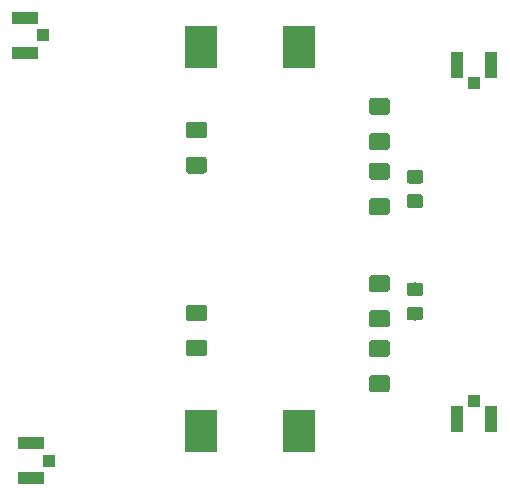
<source format=gtp>
G04 #@! TF.GenerationSoftware,KiCad,Pcbnew,(5.1.4)-1*
G04 #@! TF.CreationDate,2021-06-03T13:44:04-04:00*
G04 #@! TF.ProjectId,controller_power_mod,636f6e74-726f-46c6-9c65-725f706f7765,rev?*
G04 #@! TF.SameCoordinates,Original*
G04 #@! TF.FileFunction,Paste,Top*
G04 #@! TF.FilePolarity,Positive*
%FSLAX46Y46*%
G04 Gerber Fmt 4.6, Leading zero omitted, Abs format (unit mm)*
G04 Created by KiCad (PCBNEW (5.1.4)-1) date 2021-06-03 13:44:04*
%MOMM*%
%LPD*%
G04 APERTURE LIST*
%ADD10R,2.200000X1.050000*%
%ADD11R,1.050000X1.000000*%
%ADD12R,1.050000X2.200000*%
%ADD13R,1.000000X1.050000*%
%ADD14C,0.100000*%
%ADD15C,1.425000*%
%ADD16R,2.700000X3.600000*%
%ADD17C,1.150000*%
G04 APERTURE END LIST*
D10*
X87500000Y-108025000D03*
X87500000Y-110975000D03*
D11*
X89025000Y-109500000D03*
D12*
X123525000Y-106000000D03*
X126475000Y-106000000D03*
D13*
X125000000Y-104475000D03*
D12*
X126475000Y-76000000D03*
X123525000Y-76000000D03*
D13*
X125000000Y-77525000D03*
D10*
X87000000Y-72025000D03*
X87000000Y-74975000D03*
D11*
X88525000Y-73500000D03*
D14*
G36*
X102149504Y-99263704D02*
G01*
X102173773Y-99267304D01*
X102197571Y-99273265D01*
X102220671Y-99281530D01*
X102242849Y-99292020D01*
X102263893Y-99304633D01*
X102283598Y-99319247D01*
X102301777Y-99335723D01*
X102318253Y-99353902D01*
X102332867Y-99373607D01*
X102345480Y-99394651D01*
X102355970Y-99416829D01*
X102364235Y-99439929D01*
X102370196Y-99463727D01*
X102373796Y-99487996D01*
X102375000Y-99512500D01*
X102375000Y-100437500D01*
X102373796Y-100462004D01*
X102370196Y-100486273D01*
X102364235Y-100510071D01*
X102355970Y-100533171D01*
X102345480Y-100555349D01*
X102332867Y-100576393D01*
X102318253Y-100596098D01*
X102301777Y-100614277D01*
X102283598Y-100630753D01*
X102263893Y-100645367D01*
X102242849Y-100657980D01*
X102220671Y-100668470D01*
X102197571Y-100676735D01*
X102173773Y-100682696D01*
X102149504Y-100686296D01*
X102125000Y-100687500D01*
X100875000Y-100687500D01*
X100850496Y-100686296D01*
X100826227Y-100682696D01*
X100802429Y-100676735D01*
X100779329Y-100668470D01*
X100757151Y-100657980D01*
X100736107Y-100645367D01*
X100716402Y-100630753D01*
X100698223Y-100614277D01*
X100681747Y-100596098D01*
X100667133Y-100576393D01*
X100654520Y-100555349D01*
X100644030Y-100533171D01*
X100635765Y-100510071D01*
X100629804Y-100486273D01*
X100626204Y-100462004D01*
X100625000Y-100437500D01*
X100625000Y-99512500D01*
X100626204Y-99487996D01*
X100629804Y-99463727D01*
X100635765Y-99439929D01*
X100644030Y-99416829D01*
X100654520Y-99394651D01*
X100667133Y-99373607D01*
X100681747Y-99353902D01*
X100698223Y-99335723D01*
X100716402Y-99319247D01*
X100736107Y-99304633D01*
X100757151Y-99292020D01*
X100779329Y-99281530D01*
X100802429Y-99273265D01*
X100826227Y-99267304D01*
X100850496Y-99263704D01*
X100875000Y-99262500D01*
X102125000Y-99262500D01*
X102149504Y-99263704D01*
X102149504Y-99263704D01*
G37*
D15*
X101500000Y-99975000D03*
D14*
G36*
X102149504Y-96288704D02*
G01*
X102173773Y-96292304D01*
X102197571Y-96298265D01*
X102220671Y-96306530D01*
X102242849Y-96317020D01*
X102263893Y-96329633D01*
X102283598Y-96344247D01*
X102301777Y-96360723D01*
X102318253Y-96378902D01*
X102332867Y-96398607D01*
X102345480Y-96419651D01*
X102355970Y-96441829D01*
X102364235Y-96464929D01*
X102370196Y-96488727D01*
X102373796Y-96512996D01*
X102375000Y-96537500D01*
X102375000Y-97462500D01*
X102373796Y-97487004D01*
X102370196Y-97511273D01*
X102364235Y-97535071D01*
X102355970Y-97558171D01*
X102345480Y-97580349D01*
X102332867Y-97601393D01*
X102318253Y-97621098D01*
X102301777Y-97639277D01*
X102283598Y-97655753D01*
X102263893Y-97670367D01*
X102242849Y-97682980D01*
X102220671Y-97693470D01*
X102197571Y-97701735D01*
X102173773Y-97707696D01*
X102149504Y-97711296D01*
X102125000Y-97712500D01*
X100875000Y-97712500D01*
X100850496Y-97711296D01*
X100826227Y-97707696D01*
X100802429Y-97701735D01*
X100779329Y-97693470D01*
X100757151Y-97682980D01*
X100736107Y-97670367D01*
X100716402Y-97655753D01*
X100698223Y-97639277D01*
X100681747Y-97621098D01*
X100667133Y-97601393D01*
X100654520Y-97580349D01*
X100644030Y-97558171D01*
X100635765Y-97535071D01*
X100629804Y-97511273D01*
X100626204Y-97487004D01*
X100625000Y-97462500D01*
X100625000Y-96537500D01*
X100626204Y-96512996D01*
X100629804Y-96488727D01*
X100635765Y-96464929D01*
X100644030Y-96441829D01*
X100654520Y-96419651D01*
X100667133Y-96398607D01*
X100681747Y-96378902D01*
X100698223Y-96360723D01*
X100716402Y-96344247D01*
X100736107Y-96329633D01*
X100757151Y-96317020D01*
X100779329Y-96306530D01*
X100802429Y-96298265D01*
X100826227Y-96292304D01*
X100850496Y-96288704D01*
X100875000Y-96287500D01*
X102125000Y-96287500D01*
X102149504Y-96288704D01*
X102149504Y-96288704D01*
G37*
D15*
X101500000Y-97000000D03*
D14*
G36*
X102149504Y-83776204D02*
G01*
X102173773Y-83779804D01*
X102197571Y-83785765D01*
X102220671Y-83794030D01*
X102242849Y-83804520D01*
X102263893Y-83817133D01*
X102283598Y-83831747D01*
X102301777Y-83848223D01*
X102318253Y-83866402D01*
X102332867Y-83886107D01*
X102345480Y-83907151D01*
X102355970Y-83929329D01*
X102364235Y-83952429D01*
X102370196Y-83976227D01*
X102373796Y-84000496D01*
X102375000Y-84025000D01*
X102375000Y-84950000D01*
X102373796Y-84974504D01*
X102370196Y-84998773D01*
X102364235Y-85022571D01*
X102355970Y-85045671D01*
X102345480Y-85067849D01*
X102332867Y-85088893D01*
X102318253Y-85108598D01*
X102301777Y-85126777D01*
X102283598Y-85143253D01*
X102263893Y-85157867D01*
X102242849Y-85170480D01*
X102220671Y-85180970D01*
X102197571Y-85189235D01*
X102173773Y-85195196D01*
X102149504Y-85198796D01*
X102125000Y-85200000D01*
X100875000Y-85200000D01*
X100850496Y-85198796D01*
X100826227Y-85195196D01*
X100802429Y-85189235D01*
X100779329Y-85180970D01*
X100757151Y-85170480D01*
X100736107Y-85157867D01*
X100716402Y-85143253D01*
X100698223Y-85126777D01*
X100681747Y-85108598D01*
X100667133Y-85088893D01*
X100654520Y-85067849D01*
X100644030Y-85045671D01*
X100635765Y-85022571D01*
X100629804Y-84998773D01*
X100626204Y-84974504D01*
X100625000Y-84950000D01*
X100625000Y-84025000D01*
X100626204Y-84000496D01*
X100629804Y-83976227D01*
X100635765Y-83952429D01*
X100644030Y-83929329D01*
X100654520Y-83907151D01*
X100667133Y-83886107D01*
X100681747Y-83866402D01*
X100698223Y-83848223D01*
X100716402Y-83831747D01*
X100736107Y-83817133D01*
X100757151Y-83804520D01*
X100779329Y-83794030D01*
X100802429Y-83785765D01*
X100826227Y-83779804D01*
X100850496Y-83776204D01*
X100875000Y-83775000D01*
X102125000Y-83775000D01*
X102149504Y-83776204D01*
X102149504Y-83776204D01*
G37*
D15*
X101500000Y-84487500D03*
D14*
G36*
X102149504Y-80801204D02*
G01*
X102173773Y-80804804D01*
X102197571Y-80810765D01*
X102220671Y-80819030D01*
X102242849Y-80829520D01*
X102263893Y-80842133D01*
X102283598Y-80856747D01*
X102301777Y-80873223D01*
X102318253Y-80891402D01*
X102332867Y-80911107D01*
X102345480Y-80932151D01*
X102355970Y-80954329D01*
X102364235Y-80977429D01*
X102370196Y-81001227D01*
X102373796Y-81025496D01*
X102375000Y-81050000D01*
X102375000Y-81975000D01*
X102373796Y-81999504D01*
X102370196Y-82023773D01*
X102364235Y-82047571D01*
X102355970Y-82070671D01*
X102345480Y-82092849D01*
X102332867Y-82113893D01*
X102318253Y-82133598D01*
X102301777Y-82151777D01*
X102283598Y-82168253D01*
X102263893Y-82182867D01*
X102242849Y-82195480D01*
X102220671Y-82205970D01*
X102197571Y-82214235D01*
X102173773Y-82220196D01*
X102149504Y-82223796D01*
X102125000Y-82225000D01*
X100875000Y-82225000D01*
X100850496Y-82223796D01*
X100826227Y-82220196D01*
X100802429Y-82214235D01*
X100779329Y-82205970D01*
X100757151Y-82195480D01*
X100736107Y-82182867D01*
X100716402Y-82168253D01*
X100698223Y-82151777D01*
X100681747Y-82133598D01*
X100667133Y-82113893D01*
X100654520Y-82092849D01*
X100644030Y-82070671D01*
X100635765Y-82047571D01*
X100629804Y-82023773D01*
X100626204Y-81999504D01*
X100625000Y-81975000D01*
X100625000Y-81050000D01*
X100626204Y-81025496D01*
X100629804Y-81001227D01*
X100635765Y-80977429D01*
X100644030Y-80954329D01*
X100654520Y-80932151D01*
X100667133Y-80911107D01*
X100681747Y-80891402D01*
X100698223Y-80873223D01*
X100716402Y-80856747D01*
X100736107Y-80842133D01*
X100757151Y-80829520D01*
X100779329Y-80819030D01*
X100802429Y-80810765D01*
X100826227Y-80804804D01*
X100850496Y-80801204D01*
X100875000Y-80800000D01*
X102125000Y-80800000D01*
X102149504Y-80801204D01*
X102149504Y-80801204D01*
G37*
D15*
X101500000Y-81512500D03*
D16*
X110150000Y-107000000D03*
X101850000Y-107000000D03*
D14*
G36*
X120474505Y-94426204D02*
G01*
X120498773Y-94429804D01*
X120522572Y-94435765D01*
X120545671Y-94444030D01*
X120567850Y-94454520D01*
X120588893Y-94467132D01*
X120608599Y-94481747D01*
X120626777Y-94498223D01*
X120643253Y-94516401D01*
X120657868Y-94536107D01*
X120670480Y-94557150D01*
X120680970Y-94579329D01*
X120689235Y-94602428D01*
X120695196Y-94626227D01*
X120698796Y-94650495D01*
X120700000Y-94674999D01*
X120700000Y-95325001D01*
X120698796Y-95349505D01*
X120695196Y-95373773D01*
X120689235Y-95397572D01*
X120680970Y-95420671D01*
X120670480Y-95442850D01*
X120657868Y-95463893D01*
X120643253Y-95483599D01*
X120626777Y-95501777D01*
X120608599Y-95518253D01*
X120588893Y-95532868D01*
X120567850Y-95545480D01*
X120545671Y-95555970D01*
X120522572Y-95564235D01*
X120498773Y-95570196D01*
X120474505Y-95573796D01*
X120450001Y-95575000D01*
X119549999Y-95575000D01*
X119525495Y-95573796D01*
X119501227Y-95570196D01*
X119477428Y-95564235D01*
X119454329Y-95555970D01*
X119432150Y-95545480D01*
X119411107Y-95532868D01*
X119391401Y-95518253D01*
X119373223Y-95501777D01*
X119356747Y-95483599D01*
X119342132Y-95463893D01*
X119329520Y-95442850D01*
X119319030Y-95420671D01*
X119310765Y-95397572D01*
X119304804Y-95373773D01*
X119301204Y-95349505D01*
X119300000Y-95325001D01*
X119300000Y-94674999D01*
X119301204Y-94650495D01*
X119304804Y-94626227D01*
X119310765Y-94602428D01*
X119319030Y-94579329D01*
X119329520Y-94557150D01*
X119342132Y-94536107D01*
X119356747Y-94516401D01*
X119373223Y-94498223D01*
X119391401Y-94481747D01*
X119411107Y-94467132D01*
X119432150Y-94454520D01*
X119454329Y-94444030D01*
X119477428Y-94435765D01*
X119501227Y-94429804D01*
X119525495Y-94426204D01*
X119549999Y-94425000D01*
X120450001Y-94425000D01*
X120474505Y-94426204D01*
X120474505Y-94426204D01*
G37*
D17*
X120000000Y-95000000D03*
D14*
G36*
X120474505Y-96476204D02*
G01*
X120498773Y-96479804D01*
X120522572Y-96485765D01*
X120545671Y-96494030D01*
X120567850Y-96504520D01*
X120588893Y-96517132D01*
X120608599Y-96531747D01*
X120626777Y-96548223D01*
X120643253Y-96566401D01*
X120657868Y-96586107D01*
X120670480Y-96607150D01*
X120680970Y-96629329D01*
X120689235Y-96652428D01*
X120695196Y-96676227D01*
X120698796Y-96700495D01*
X120700000Y-96724999D01*
X120700000Y-97375001D01*
X120698796Y-97399505D01*
X120695196Y-97423773D01*
X120689235Y-97447572D01*
X120680970Y-97470671D01*
X120670480Y-97492850D01*
X120657868Y-97513893D01*
X120643253Y-97533599D01*
X120626777Y-97551777D01*
X120608599Y-97568253D01*
X120588893Y-97582868D01*
X120567850Y-97595480D01*
X120545671Y-97605970D01*
X120522572Y-97614235D01*
X120498773Y-97620196D01*
X120474505Y-97623796D01*
X120450001Y-97625000D01*
X119549999Y-97625000D01*
X119525495Y-97623796D01*
X119501227Y-97620196D01*
X119477428Y-97614235D01*
X119454329Y-97605970D01*
X119432150Y-97595480D01*
X119411107Y-97582868D01*
X119391401Y-97568253D01*
X119373223Y-97551777D01*
X119356747Y-97533599D01*
X119342132Y-97513893D01*
X119329520Y-97492850D01*
X119319030Y-97470671D01*
X119310765Y-97447572D01*
X119304804Y-97423773D01*
X119301204Y-97399505D01*
X119300000Y-97375001D01*
X119300000Y-96724999D01*
X119301204Y-96700495D01*
X119304804Y-96676227D01*
X119310765Y-96652428D01*
X119319030Y-96629329D01*
X119329520Y-96607150D01*
X119342132Y-96586107D01*
X119356747Y-96566401D01*
X119373223Y-96548223D01*
X119391401Y-96531747D01*
X119411107Y-96517132D01*
X119432150Y-96504520D01*
X119454329Y-96494030D01*
X119477428Y-96485765D01*
X119501227Y-96479804D01*
X119525495Y-96476204D01*
X119549999Y-96475000D01*
X120450001Y-96475000D01*
X120474505Y-96476204D01*
X120474505Y-96476204D01*
G37*
D17*
X120000000Y-97050000D03*
D14*
G36*
X117649504Y-102276204D02*
G01*
X117673773Y-102279804D01*
X117697571Y-102285765D01*
X117720671Y-102294030D01*
X117742849Y-102304520D01*
X117763893Y-102317133D01*
X117783598Y-102331747D01*
X117801777Y-102348223D01*
X117818253Y-102366402D01*
X117832867Y-102386107D01*
X117845480Y-102407151D01*
X117855970Y-102429329D01*
X117864235Y-102452429D01*
X117870196Y-102476227D01*
X117873796Y-102500496D01*
X117875000Y-102525000D01*
X117875000Y-103450000D01*
X117873796Y-103474504D01*
X117870196Y-103498773D01*
X117864235Y-103522571D01*
X117855970Y-103545671D01*
X117845480Y-103567849D01*
X117832867Y-103588893D01*
X117818253Y-103608598D01*
X117801777Y-103626777D01*
X117783598Y-103643253D01*
X117763893Y-103657867D01*
X117742849Y-103670480D01*
X117720671Y-103680970D01*
X117697571Y-103689235D01*
X117673773Y-103695196D01*
X117649504Y-103698796D01*
X117625000Y-103700000D01*
X116375000Y-103700000D01*
X116350496Y-103698796D01*
X116326227Y-103695196D01*
X116302429Y-103689235D01*
X116279329Y-103680970D01*
X116257151Y-103670480D01*
X116236107Y-103657867D01*
X116216402Y-103643253D01*
X116198223Y-103626777D01*
X116181747Y-103608598D01*
X116167133Y-103588893D01*
X116154520Y-103567849D01*
X116144030Y-103545671D01*
X116135765Y-103522571D01*
X116129804Y-103498773D01*
X116126204Y-103474504D01*
X116125000Y-103450000D01*
X116125000Y-102525000D01*
X116126204Y-102500496D01*
X116129804Y-102476227D01*
X116135765Y-102452429D01*
X116144030Y-102429329D01*
X116154520Y-102407151D01*
X116167133Y-102386107D01*
X116181747Y-102366402D01*
X116198223Y-102348223D01*
X116216402Y-102331747D01*
X116236107Y-102317133D01*
X116257151Y-102304520D01*
X116279329Y-102294030D01*
X116302429Y-102285765D01*
X116326227Y-102279804D01*
X116350496Y-102276204D01*
X116375000Y-102275000D01*
X117625000Y-102275000D01*
X117649504Y-102276204D01*
X117649504Y-102276204D01*
G37*
D15*
X117000000Y-102987500D03*
D14*
G36*
X117649504Y-99301204D02*
G01*
X117673773Y-99304804D01*
X117697571Y-99310765D01*
X117720671Y-99319030D01*
X117742849Y-99329520D01*
X117763893Y-99342133D01*
X117783598Y-99356747D01*
X117801777Y-99373223D01*
X117818253Y-99391402D01*
X117832867Y-99411107D01*
X117845480Y-99432151D01*
X117855970Y-99454329D01*
X117864235Y-99477429D01*
X117870196Y-99501227D01*
X117873796Y-99525496D01*
X117875000Y-99550000D01*
X117875000Y-100475000D01*
X117873796Y-100499504D01*
X117870196Y-100523773D01*
X117864235Y-100547571D01*
X117855970Y-100570671D01*
X117845480Y-100592849D01*
X117832867Y-100613893D01*
X117818253Y-100633598D01*
X117801777Y-100651777D01*
X117783598Y-100668253D01*
X117763893Y-100682867D01*
X117742849Y-100695480D01*
X117720671Y-100705970D01*
X117697571Y-100714235D01*
X117673773Y-100720196D01*
X117649504Y-100723796D01*
X117625000Y-100725000D01*
X116375000Y-100725000D01*
X116350496Y-100723796D01*
X116326227Y-100720196D01*
X116302429Y-100714235D01*
X116279329Y-100705970D01*
X116257151Y-100695480D01*
X116236107Y-100682867D01*
X116216402Y-100668253D01*
X116198223Y-100651777D01*
X116181747Y-100633598D01*
X116167133Y-100613893D01*
X116154520Y-100592849D01*
X116144030Y-100570671D01*
X116135765Y-100547571D01*
X116129804Y-100523773D01*
X116126204Y-100499504D01*
X116125000Y-100475000D01*
X116125000Y-99550000D01*
X116126204Y-99525496D01*
X116129804Y-99501227D01*
X116135765Y-99477429D01*
X116144030Y-99454329D01*
X116154520Y-99432151D01*
X116167133Y-99411107D01*
X116181747Y-99391402D01*
X116198223Y-99373223D01*
X116216402Y-99356747D01*
X116236107Y-99342133D01*
X116257151Y-99329520D01*
X116279329Y-99319030D01*
X116302429Y-99310765D01*
X116326227Y-99304804D01*
X116350496Y-99301204D01*
X116375000Y-99300000D01*
X117625000Y-99300000D01*
X117649504Y-99301204D01*
X117649504Y-99301204D01*
G37*
D15*
X117000000Y-100012500D03*
D14*
G36*
X117649504Y-93801204D02*
G01*
X117673773Y-93804804D01*
X117697571Y-93810765D01*
X117720671Y-93819030D01*
X117742849Y-93829520D01*
X117763893Y-93842133D01*
X117783598Y-93856747D01*
X117801777Y-93873223D01*
X117818253Y-93891402D01*
X117832867Y-93911107D01*
X117845480Y-93932151D01*
X117855970Y-93954329D01*
X117864235Y-93977429D01*
X117870196Y-94001227D01*
X117873796Y-94025496D01*
X117875000Y-94050000D01*
X117875000Y-94975000D01*
X117873796Y-94999504D01*
X117870196Y-95023773D01*
X117864235Y-95047571D01*
X117855970Y-95070671D01*
X117845480Y-95092849D01*
X117832867Y-95113893D01*
X117818253Y-95133598D01*
X117801777Y-95151777D01*
X117783598Y-95168253D01*
X117763893Y-95182867D01*
X117742849Y-95195480D01*
X117720671Y-95205970D01*
X117697571Y-95214235D01*
X117673773Y-95220196D01*
X117649504Y-95223796D01*
X117625000Y-95225000D01*
X116375000Y-95225000D01*
X116350496Y-95223796D01*
X116326227Y-95220196D01*
X116302429Y-95214235D01*
X116279329Y-95205970D01*
X116257151Y-95195480D01*
X116236107Y-95182867D01*
X116216402Y-95168253D01*
X116198223Y-95151777D01*
X116181747Y-95133598D01*
X116167133Y-95113893D01*
X116154520Y-95092849D01*
X116144030Y-95070671D01*
X116135765Y-95047571D01*
X116129804Y-95023773D01*
X116126204Y-94999504D01*
X116125000Y-94975000D01*
X116125000Y-94050000D01*
X116126204Y-94025496D01*
X116129804Y-94001227D01*
X116135765Y-93977429D01*
X116144030Y-93954329D01*
X116154520Y-93932151D01*
X116167133Y-93911107D01*
X116181747Y-93891402D01*
X116198223Y-93873223D01*
X116216402Y-93856747D01*
X116236107Y-93842133D01*
X116257151Y-93829520D01*
X116279329Y-93819030D01*
X116302429Y-93810765D01*
X116326227Y-93804804D01*
X116350496Y-93801204D01*
X116375000Y-93800000D01*
X117625000Y-93800000D01*
X117649504Y-93801204D01*
X117649504Y-93801204D01*
G37*
D15*
X117000000Y-94512500D03*
D14*
G36*
X117649504Y-96776204D02*
G01*
X117673773Y-96779804D01*
X117697571Y-96785765D01*
X117720671Y-96794030D01*
X117742849Y-96804520D01*
X117763893Y-96817133D01*
X117783598Y-96831747D01*
X117801777Y-96848223D01*
X117818253Y-96866402D01*
X117832867Y-96886107D01*
X117845480Y-96907151D01*
X117855970Y-96929329D01*
X117864235Y-96952429D01*
X117870196Y-96976227D01*
X117873796Y-97000496D01*
X117875000Y-97025000D01*
X117875000Y-97950000D01*
X117873796Y-97974504D01*
X117870196Y-97998773D01*
X117864235Y-98022571D01*
X117855970Y-98045671D01*
X117845480Y-98067849D01*
X117832867Y-98088893D01*
X117818253Y-98108598D01*
X117801777Y-98126777D01*
X117783598Y-98143253D01*
X117763893Y-98157867D01*
X117742849Y-98170480D01*
X117720671Y-98180970D01*
X117697571Y-98189235D01*
X117673773Y-98195196D01*
X117649504Y-98198796D01*
X117625000Y-98200000D01*
X116375000Y-98200000D01*
X116350496Y-98198796D01*
X116326227Y-98195196D01*
X116302429Y-98189235D01*
X116279329Y-98180970D01*
X116257151Y-98170480D01*
X116236107Y-98157867D01*
X116216402Y-98143253D01*
X116198223Y-98126777D01*
X116181747Y-98108598D01*
X116167133Y-98088893D01*
X116154520Y-98067849D01*
X116144030Y-98045671D01*
X116135765Y-98022571D01*
X116129804Y-97998773D01*
X116126204Y-97974504D01*
X116125000Y-97950000D01*
X116125000Y-97025000D01*
X116126204Y-97000496D01*
X116129804Y-96976227D01*
X116135765Y-96952429D01*
X116144030Y-96929329D01*
X116154520Y-96907151D01*
X116167133Y-96886107D01*
X116181747Y-96866402D01*
X116198223Y-96848223D01*
X116216402Y-96831747D01*
X116236107Y-96817133D01*
X116257151Y-96804520D01*
X116279329Y-96794030D01*
X116302429Y-96785765D01*
X116326227Y-96779804D01*
X116350496Y-96776204D01*
X116375000Y-96775000D01*
X117625000Y-96775000D01*
X117649504Y-96776204D01*
X117649504Y-96776204D01*
G37*
D15*
X117000000Y-97487500D03*
D16*
X110150000Y-74500000D03*
X101850000Y-74500000D03*
D14*
G36*
X120474505Y-86951204D02*
G01*
X120498773Y-86954804D01*
X120522572Y-86960765D01*
X120545671Y-86969030D01*
X120567850Y-86979520D01*
X120588893Y-86992132D01*
X120608599Y-87006747D01*
X120626777Y-87023223D01*
X120643253Y-87041401D01*
X120657868Y-87061107D01*
X120670480Y-87082150D01*
X120680970Y-87104329D01*
X120689235Y-87127428D01*
X120695196Y-87151227D01*
X120698796Y-87175495D01*
X120700000Y-87199999D01*
X120700000Y-87850001D01*
X120698796Y-87874505D01*
X120695196Y-87898773D01*
X120689235Y-87922572D01*
X120680970Y-87945671D01*
X120670480Y-87967850D01*
X120657868Y-87988893D01*
X120643253Y-88008599D01*
X120626777Y-88026777D01*
X120608599Y-88043253D01*
X120588893Y-88057868D01*
X120567850Y-88070480D01*
X120545671Y-88080970D01*
X120522572Y-88089235D01*
X120498773Y-88095196D01*
X120474505Y-88098796D01*
X120450001Y-88100000D01*
X119549999Y-88100000D01*
X119525495Y-88098796D01*
X119501227Y-88095196D01*
X119477428Y-88089235D01*
X119454329Y-88080970D01*
X119432150Y-88070480D01*
X119411107Y-88057868D01*
X119391401Y-88043253D01*
X119373223Y-88026777D01*
X119356747Y-88008599D01*
X119342132Y-87988893D01*
X119329520Y-87967850D01*
X119319030Y-87945671D01*
X119310765Y-87922572D01*
X119304804Y-87898773D01*
X119301204Y-87874505D01*
X119300000Y-87850001D01*
X119300000Y-87199999D01*
X119301204Y-87175495D01*
X119304804Y-87151227D01*
X119310765Y-87127428D01*
X119319030Y-87104329D01*
X119329520Y-87082150D01*
X119342132Y-87061107D01*
X119356747Y-87041401D01*
X119373223Y-87023223D01*
X119391401Y-87006747D01*
X119411107Y-86992132D01*
X119432150Y-86979520D01*
X119454329Y-86969030D01*
X119477428Y-86960765D01*
X119501227Y-86954804D01*
X119525495Y-86951204D01*
X119549999Y-86950000D01*
X120450001Y-86950000D01*
X120474505Y-86951204D01*
X120474505Y-86951204D01*
G37*
D17*
X120000000Y-87525000D03*
D14*
G36*
X120474505Y-84901204D02*
G01*
X120498773Y-84904804D01*
X120522572Y-84910765D01*
X120545671Y-84919030D01*
X120567850Y-84929520D01*
X120588893Y-84942132D01*
X120608599Y-84956747D01*
X120626777Y-84973223D01*
X120643253Y-84991401D01*
X120657868Y-85011107D01*
X120670480Y-85032150D01*
X120680970Y-85054329D01*
X120689235Y-85077428D01*
X120695196Y-85101227D01*
X120698796Y-85125495D01*
X120700000Y-85149999D01*
X120700000Y-85800001D01*
X120698796Y-85824505D01*
X120695196Y-85848773D01*
X120689235Y-85872572D01*
X120680970Y-85895671D01*
X120670480Y-85917850D01*
X120657868Y-85938893D01*
X120643253Y-85958599D01*
X120626777Y-85976777D01*
X120608599Y-85993253D01*
X120588893Y-86007868D01*
X120567850Y-86020480D01*
X120545671Y-86030970D01*
X120522572Y-86039235D01*
X120498773Y-86045196D01*
X120474505Y-86048796D01*
X120450001Y-86050000D01*
X119549999Y-86050000D01*
X119525495Y-86048796D01*
X119501227Y-86045196D01*
X119477428Y-86039235D01*
X119454329Y-86030970D01*
X119432150Y-86020480D01*
X119411107Y-86007868D01*
X119391401Y-85993253D01*
X119373223Y-85976777D01*
X119356747Y-85958599D01*
X119342132Y-85938893D01*
X119329520Y-85917850D01*
X119319030Y-85895671D01*
X119310765Y-85872572D01*
X119304804Y-85848773D01*
X119301204Y-85824505D01*
X119300000Y-85800001D01*
X119300000Y-85149999D01*
X119301204Y-85125495D01*
X119304804Y-85101227D01*
X119310765Y-85077428D01*
X119319030Y-85054329D01*
X119329520Y-85032150D01*
X119342132Y-85011107D01*
X119356747Y-84991401D01*
X119373223Y-84973223D01*
X119391401Y-84956747D01*
X119411107Y-84942132D01*
X119432150Y-84929520D01*
X119454329Y-84919030D01*
X119477428Y-84910765D01*
X119501227Y-84904804D01*
X119525495Y-84901204D01*
X119549999Y-84900000D01*
X120450001Y-84900000D01*
X120474505Y-84901204D01*
X120474505Y-84901204D01*
G37*
D17*
X120000000Y-85475000D03*
D14*
G36*
X117649504Y-87276204D02*
G01*
X117673773Y-87279804D01*
X117697571Y-87285765D01*
X117720671Y-87294030D01*
X117742849Y-87304520D01*
X117763893Y-87317133D01*
X117783598Y-87331747D01*
X117801777Y-87348223D01*
X117818253Y-87366402D01*
X117832867Y-87386107D01*
X117845480Y-87407151D01*
X117855970Y-87429329D01*
X117864235Y-87452429D01*
X117870196Y-87476227D01*
X117873796Y-87500496D01*
X117875000Y-87525000D01*
X117875000Y-88450000D01*
X117873796Y-88474504D01*
X117870196Y-88498773D01*
X117864235Y-88522571D01*
X117855970Y-88545671D01*
X117845480Y-88567849D01*
X117832867Y-88588893D01*
X117818253Y-88608598D01*
X117801777Y-88626777D01*
X117783598Y-88643253D01*
X117763893Y-88657867D01*
X117742849Y-88670480D01*
X117720671Y-88680970D01*
X117697571Y-88689235D01*
X117673773Y-88695196D01*
X117649504Y-88698796D01*
X117625000Y-88700000D01*
X116375000Y-88700000D01*
X116350496Y-88698796D01*
X116326227Y-88695196D01*
X116302429Y-88689235D01*
X116279329Y-88680970D01*
X116257151Y-88670480D01*
X116236107Y-88657867D01*
X116216402Y-88643253D01*
X116198223Y-88626777D01*
X116181747Y-88608598D01*
X116167133Y-88588893D01*
X116154520Y-88567849D01*
X116144030Y-88545671D01*
X116135765Y-88522571D01*
X116129804Y-88498773D01*
X116126204Y-88474504D01*
X116125000Y-88450000D01*
X116125000Y-87525000D01*
X116126204Y-87500496D01*
X116129804Y-87476227D01*
X116135765Y-87452429D01*
X116144030Y-87429329D01*
X116154520Y-87407151D01*
X116167133Y-87386107D01*
X116181747Y-87366402D01*
X116198223Y-87348223D01*
X116216402Y-87331747D01*
X116236107Y-87317133D01*
X116257151Y-87304520D01*
X116279329Y-87294030D01*
X116302429Y-87285765D01*
X116326227Y-87279804D01*
X116350496Y-87276204D01*
X116375000Y-87275000D01*
X117625000Y-87275000D01*
X117649504Y-87276204D01*
X117649504Y-87276204D01*
G37*
D15*
X117000000Y-87987500D03*
D14*
G36*
X117649504Y-84301204D02*
G01*
X117673773Y-84304804D01*
X117697571Y-84310765D01*
X117720671Y-84319030D01*
X117742849Y-84329520D01*
X117763893Y-84342133D01*
X117783598Y-84356747D01*
X117801777Y-84373223D01*
X117818253Y-84391402D01*
X117832867Y-84411107D01*
X117845480Y-84432151D01*
X117855970Y-84454329D01*
X117864235Y-84477429D01*
X117870196Y-84501227D01*
X117873796Y-84525496D01*
X117875000Y-84550000D01*
X117875000Y-85475000D01*
X117873796Y-85499504D01*
X117870196Y-85523773D01*
X117864235Y-85547571D01*
X117855970Y-85570671D01*
X117845480Y-85592849D01*
X117832867Y-85613893D01*
X117818253Y-85633598D01*
X117801777Y-85651777D01*
X117783598Y-85668253D01*
X117763893Y-85682867D01*
X117742849Y-85695480D01*
X117720671Y-85705970D01*
X117697571Y-85714235D01*
X117673773Y-85720196D01*
X117649504Y-85723796D01*
X117625000Y-85725000D01*
X116375000Y-85725000D01*
X116350496Y-85723796D01*
X116326227Y-85720196D01*
X116302429Y-85714235D01*
X116279329Y-85705970D01*
X116257151Y-85695480D01*
X116236107Y-85682867D01*
X116216402Y-85668253D01*
X116198223Y-85651777D01*
X116181747Y-85633598D01*
X116167133Y-85613893D01*
X116154520Y-85592849D01*
X116144030Y-85570671D01*
X116135765Y-85547571D01*
X116129804Y-85523773D01*
X116126204Y-85499504D01*
X116125000Y-85475000D01*
X116125000Y-84550000D01*
X116126204Y-84525496D01*
X116129804Y-84501227D01*
X116135765Y-84477429D01*
X116144030Y-84454329D01*
X116154520Y-84432151D01*
X116167133Y-84411107D01*
X116181747Y-84391402D01*
X116198223Y-84373223D01*
X116216402Y-84356747D01*
X116236107Y-84342133D01*
X116257151Y-84329520D01*
X116279329Y-84319030D01*
X116302429Y-84310765D01*
X116326227Y-84304804D01*
X116350496Y-84301204D01*
X116375000Y-84300000D01*
X117625000Y-84300000D01*
X117649504Y-84301204D01*
X117649504Y-84301204D01*
G37*
D15*
X117000000Y-85012500D03*
D14*
G36*
X117649504Y-78801204D02*
G01*
X117673773Y-78804804D01*
X117697571Y-78810765D01*
X117720671Y-78819030D01*
X117742849Y-78829520D01*
X117763893Y-78842133D01*
X117783598Y-78856747D01*
X117801777Y-78873223D01*
X117818253Y-78891402D01*
X117832867Y-78911107D01*
X117845480Y-78932151D01*
X117855970Y-78954329D01*
X117864235Y-78977429D01*
X117870196Y-79001227D01*
X117873796Y-79025496D01*
X117875000Y-79050000D01*
X117875000Y-79975000D01*
X117873796Y-79999504D01*
X117870196Y-80023773D01*
X117864235Y-80047571D01*
X117855970Y-80070671D01*
X117845480Y-80092849D01*
X117832867Y-80113893D01*
X117818253Y-80133598D01*
X117801777Y-80151777D01*
X117783598Y-80168253D01*
X117763893Y-80182867D01*
X117742849Y-80195480D01*
X117720671Y-80205970D01*
X117697571Y-80214235D01*
X117673773Y-80220196D01*
X117649504Y-80223796D01*
X117625000Y-80225000D01*
X116375000Y-80225000D01*
X116350496Y-80223796D01*
X116326227Y-80220196D01*
X116302429Y-80214235D01*
X116279329Y-80205970D01*
X116257151Y-80195480D01*
X116236107Y-80182867D01*
X116216402Y-80168253D01*
X116198223Y-80151777D01*
X116181747Y-80133598D01*
X116167133Y-80113893D01*
X116154520Y-80092849D01*
X116144030Y-80070671D01*
X116135765Y-80047571D01*
X116129804Y-80023773D01*
X116126204Y-79999504D01*
X116125000Y-79975000D01*
X116125000Y-79050000D01*
X116126204Y-79025496D01*
X116129804Y-79001227D01*
X116135765Y-78977429D01*
X116144030Y-78954329D01*
X116154520Y-78932151D01*
X116167133Y-78911107D01*
X116181747Y-78891402D01*
X116198223Y-78873223D01*
X116216402Y-78856747D01*
X116236107Y-78842133D01*
X116257151Y-78829520D01*
X116279329Y-78819030D01*
X116302429Y-78810765D01*
X116326227Y-78804804D01*
X116350496Y-78801204D01*
X116375000Y-78800000D01*
X117625000Y-78800000D01*
X117649504Y-78801204D01*
X117649504Y-78801204D01*
G37*
D15*
X117000000Y-79512500D03*
D14*
G36*
X117649504Y-81776204D02*
G01*
X117673773Y-81779804D01*
X117697571Y-81785765D01*
X117720671Y-81794030D01*
X117742849Y-81804520D01*
X117763893Y-81817133D01*
X117783598Y-81831747D01*
X117801777Y-81848223D01*
X117818253Y-81866402D01*
X117832867Y-81886107D01*
X117845480Y-81907151D01*
X117855970Y-81929329D01*
X117864235Y-81952429D01*
X117870196Y-81976227D01*
X117873796Y-82000496D01*
X117875000Y-82025000D01*
X117875000Y-82950000D01*
X117873796Y-82974504D01*
X117870196Y-82998773D01*
X117864235Y-83022571D01*
X117855970Y-83045671D01*
X117845480Y-83067849D01*
X117832867Y-83088893D01*
X117818253Y-83108598D01*
X117801777Y-83126777D01*
X117783598Y-83143253D01*
X117763893Y-83157867D01*
X117742849Y-83170480D01*
X117720671Y-83180970D01*
X117697571Y-83189235D01*
X117673773Y-83195196D01*
X117649504Y-83198796D01*
X117625000Y-83200000D01*
X116375000Y-83200000D01*
X116350496Y-83198796D01*
X116326227Y-83195196D01*
X116302429Y-83189235D01*
X116279329Y-83180970D01*
X116257151Y-83170480D01*
X116236107Y-83157867D01*
X116216402Y-83143253D01*
X116198223Y-83126777D01*
X116181747Y-83108598D01*
X116167133Y-83088893D01*
X116154520Y-83067849D01*
X116144030Y-83045671D01*
X116135765Y-83022571D01*
X116129804Y-82998773D01*
X116126204Y-82974504D01*
X116125000Y-82950000D01*
X116125000Y-82025000D01*
X116126204Y-82000496D01*
X116129804Y-81976227D01*
X116135765Y-81952429D01*
X116144030Y-81929329D01*
X116154520Y-81907151D01*
X116167133Y-81886107D01*
X116181747Y-81866402D01*
X116198223Y-81848223D01*
X116216402Y-81831747D01*
X116236107Y-81817133D01*
X116257151Y-81804520D01*
X116279329Y-81794030D01*
X116302429Y-81785765D01*
X116326227Y-81779804D01*
X116350496Y-81776204D01*
X116375000Y-81775000D01*
X117625000Y-81775000D01*
X117649504Y-81776204D01*
X117649504Y-81776204D01*
G37*
D15*
X117000000Y-82487500D03*
M02*

</source>
